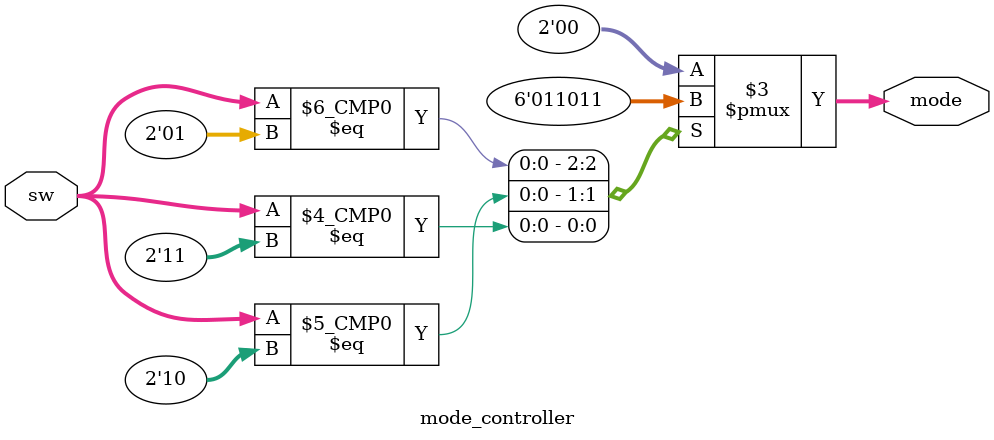
<source format=v>
`timescale 1ns / 1ps

module mode_controller(
    input [1:0] sw,     // Switch input to select the mode
    output reg [1:0] mode  // 00: Idle, 01: Microwave, 10: Stopwatch, 11: Air Controller
);

    always @(*) begin
        case (sw)
            2'b01: mode = 2'b01;  // Microwave
            2'b10: mode = 2'b10;  // Stopwatch
            2'b11: mode = 2'b11;  // Air Controller
            default: mode = 2'b00; // Idle
        endcase
    end

endmodule
</source>
